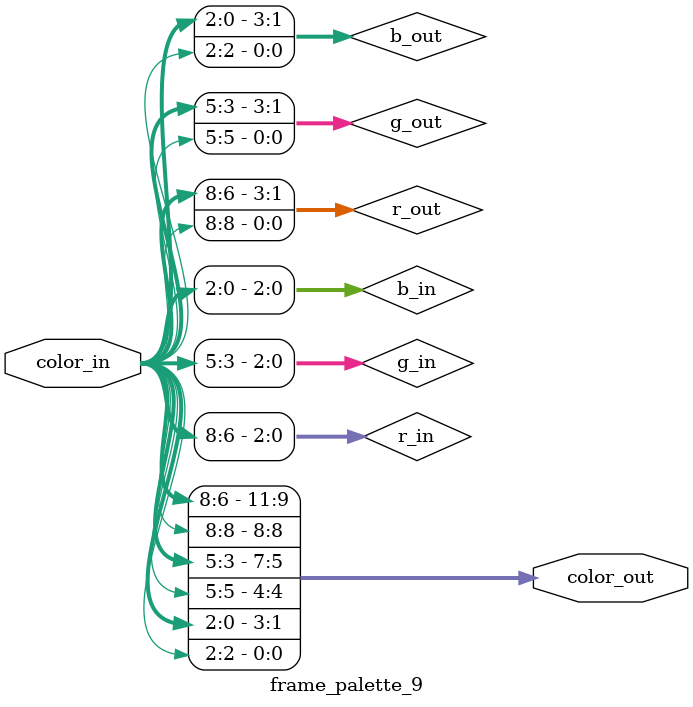
<source format=sv>
module frame_palette_9 (
    input  logic [8:0] color_in,
    output logic [11:0] color_out
   );

   // signal delaration
   logic [2:0] r_in, g_in, b_in;
   logic [3:0] r_out, g_out, b_out;
   
   // body 
   assign r_in = color_in[8:6];
   assign g_in = color_in[5:3];
   assign b_in = color_in[2:0];
   assign r_out = {r_in, r_in[2]};
   assign g_out = {g_in, g_in[2]};
   assign b_out = {b_in, b_in[2]};
   assign color_out = {r_out, g_out, b_out};
endmodule


</source>
